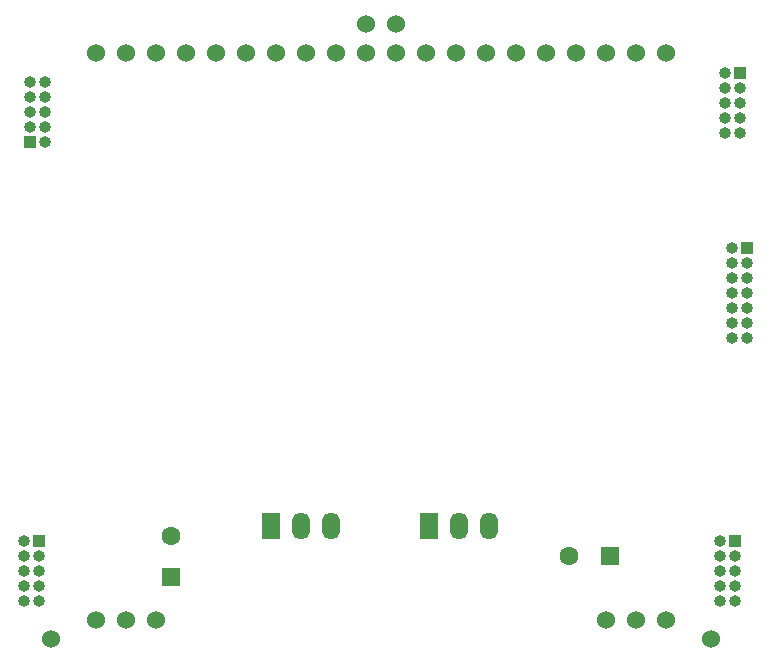
<source format=gbr>
%TF.GenerationSoftware,KiCad,Pcbnew,7.0.10*%
%TF.CreationDate,2025-03-26T19:51:21+01:00*%
%TF.ProjectId,DIC,4449432e-6b69-4636-9164-5f7063625858,rev?*%
%TF.SameCoordinates,Original*%
%TF.FileFunction,Soldermask,Top*%
%TF.FilePolarity,Negative*%
%FSLAX46Y46*%
G04 Gerber Fmt 4.6, Leading zero omitted, Abs format (unit mm)*
G04 Created by KiCad (PCBNEW 7.0.10) date 2025-03-26 19:51:21*
%MOMM*%
%LPD*%
G01*
G04 APERTURE LIST*
%ADD10C,1.524000*%
%ADD11R,1.600000X1.600000*%
%ADD12C,1.600000*%
%ADD13R,1.000000X1.000000*%
%ADD14O,1.000000X1.000000*%
%ADD15R,1.500000X2.300000*%
%ADD16O,1.500000X2.300000*%
G04 APERTURE END LIST*
D10*
%TO.C,U6*%
X21717000Y-61159000D03*
X24257000Y-61159000D03*
X26797000Y-61159000D03*
X64897000Y-61159000D03*
X67437000Y-61159000D03*
X69977000Y-61159000D03*
X69977000Y-13199000D03*
X67437000Y-13199000D03*
X64897000Y-13199000D03*
X62357000Y-13199000D03*
X59817000Y-13199000D03*
X57277000Y-13199000D03*
X54737000Y-13199000D03*
X52197000Y-13199000D03*
X49657000Y-13199000D03*
X47117000Y-13199000D03*
X44577000Y-13199000D03*
X42037000Y-13199000D03*
X39497000Y-13199000D03*
X36957000Y-13199000D03*
X34417000Y-13199000D03*
X31877000Y-13199000D03*
X29337000Y-13199000D03*
X26797000Y-13199000D03*
X24257000Y-13199000D03*
X21717000Y-13199000D03*
%TD*%
%TO.C,U4*%
X44577000Y-10733000D03*
X47117000Y-10733000D03*
X17907000Y-62803000D03*
X73787000Y-62803000D03*
%TD*%
D11*
%TO.C,C21*%
X28067000Y-57531000D03*
D12*
X28067000Y-54031000D03*
%TD*%
D13*
%TO.C,JTAG1*%
X76835000Y-29718000D03*
D14*
X75565000Y-29718000D03*
X76835000Y-30988000D03*
X75565000Y-30988000D03*
X76835000Y-32258000D03*
X75565000Y-32258000D03*
X76835000Y-33528000D03*
X75565000Y-33528000D03*
X76835000Y-34798000D03*
X75565000Y-34798000D03*
X76835000Y-36068000D03*
X75565000Y-36068000D03*
X76835000Y-37338000D03*
X75565000Y-37338000D03*
%TD*%
D13*
%TO.C,J3*%
X75819000Y-54473000D03*
D14*
X74549000Y-54473000D03*
X75819000Y-55743000D03*
X74549000Y-55743000D03*
X75819000Y-57013000D03*
X74549000Y-57013000D03*
X75819000Y-58283000D03*
X74549000Y-58283000D03*
X75819000Y-59553000D03*
X74549000Y-59553000D03*
%TD*%
D13*
%TO.C,J5*%
X16891000Y-54483000D03*
D14*
X15621000Y-54483000D03*
X16891000Y-55753000D03*
X15621000Y-55753000D03*
X16891000Y-57023000D03*
X15621000Y-57023000D03*
X16891000Y-58293000D03*
X15621000Y-58293000D03*
X16891000Y-59563000D03*
X15621000Y-59563000D03*
%TD*%
D15*
%TO.C,U1*%
X49877000Y-53213000D03*
D16*
X52417000Y-53213000D03*
X54957000Y-53213000D03*
%TD*%
D15*
%TO.C,U5*%
X36542000Y-53213000D03*
D16*
X39082000Y-53213000D03*
X41622000Y-53213000D03*
%TD*%
D13*
%TO.C,J4*%
X16129000Y-20701000D03*
D14*
X17399000Y-20701000D03*
X16129000Y-19431000D03*
X17399000Y-19431000D03*
X16129000Y-18161000D03*
X17399000Y-18161000D03*
X16129000Y-16891000D03*
X17399000Y-16891000D03*
X16129000Y-15621000D03*
X17399000Y-15621000D03*
%TD*%
D13*
%TO.C,J2*%
X76200000Y-14859000D03*
D14*
X74930000Y-14859000D03*
X76200000Y-16129000D03*
X74930000Y-16129000D03*
X76200000Y-17399000D03*
X74930000Y-17399000D03*
X76200000Y-18669000D03*
X74930000Y-18669000D03*
X76200000Y-19939000D03*
X74930000Y-19939000D03*
%TD*%
D11*
%TO.C,C13*%
X65222000Y-55753000D03*
D12*
X61722000Y-55753000D03*
%TD*%
M02*

</source>
